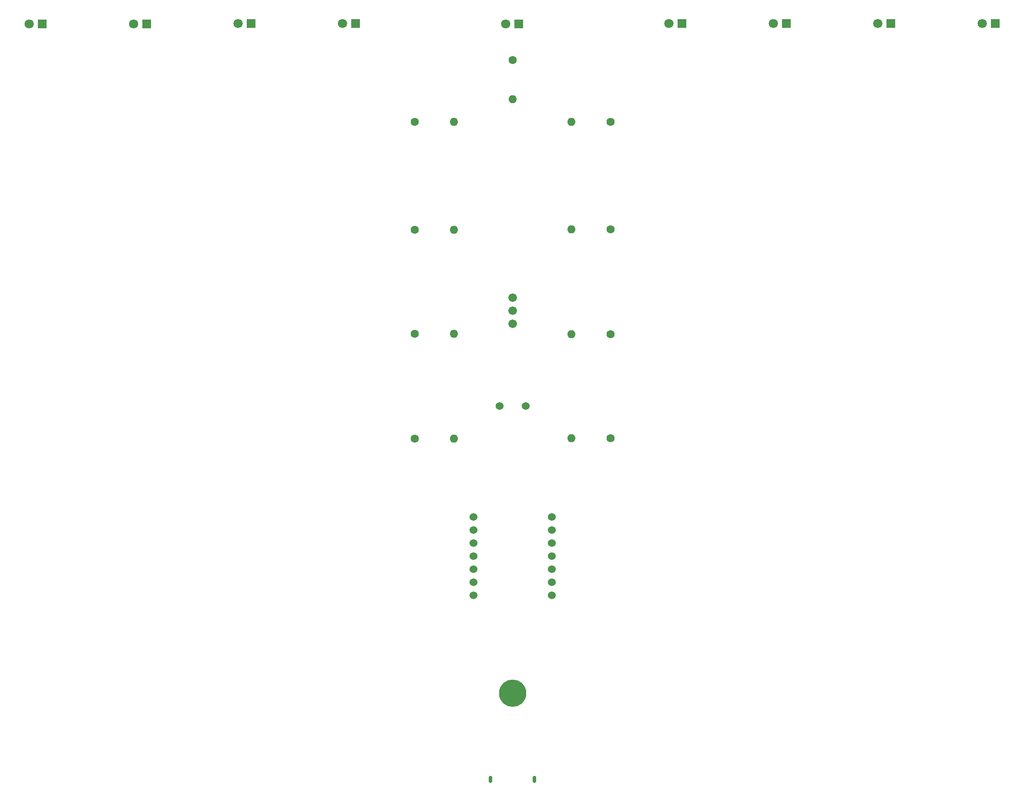
<source format=gbr>
%TF.GenerationSoftware,KiCad,Pcbnew,(6.0.7)*%
%TF.CreationDate,2022-09-16T16:34:08-04:00*%
%TF.ProjectId,CircuitPythonukiah,43697263-7569-4745-9079-74686f6e756b,rev?*%
%TF.SameCoordinates,Original*%
%TF.FileFunction,Soldermask,Top*%
%TF.FilePolarity,Negative*%
%FSLAX46Y46*%
G04 Gerber Fmt 4.6, Leading zero omitted, Abs format (unit mm)*
G04 Created by KiCad (PCBNEW (6.0.7)) date 2022-09-16 16:34:08*
%MOMM*%
%LPD*%
G01*
G04 APERTURE LIST*
%ADD10R,1.800000X1.800000*%
%ADD11C,1.800000*%
%ADD12C,1.600000*%
%ADD13O,1.600000X1.600000*%
%ADD14C,5.300000*%
%ADD15C,1.524000*%
%ADD16C,1.676400*%
%ADD17O,0.700000X1.400000*%
G04 APERTURE END LIST*
D10*
%TO.C,D8*%
X222144258Y-42439258D03*
D11*
X219604258Y-42439258D03*
%TD*%
D12*
%TO.C,R4*%
X109220000Y-61595000D03*
D13*
X116840000Y-61595000D03*
%TD*%
D12*
%TO.C,R9*%
X128270000Y-49530000D03*
D13*
X128270000Y-57150000D03*
%TD*%
D10*
%TO.C,D9*%
X129439258Y-42479258D03*
D11*
X126899258Y-42479258D03*
%TD*%
D12*
%TO.C,R3*%
X109220000Y-82550000D03*
D13*
X116840000Y-82550000D03*
%TD*%
D12*
%TO.C,R7*%
X147320000Y-102870000D03*
D13*
X139700000Y-102870000D03*
%TD*%
D12*
%TO.C,R6*%
X147320000Y-82444258D03*
D13*
X139700000Y-82444258D03*
%TD*%
D10*
%TO.C,D7*%
X201824258Y-42439258D03*
D11*
X199284258Y-42439258D03*
%TD*%
D10*
%TO.C,D4*%
X97684258Y-42439258D03*
D11*
X95144258Y-42439258D03*
%TD*%
D12*
%TO.C,R5*%
X147320000Y-61595000D03*
D13*
X139700000Y-61595000D03*
%TD*%
D14*
%TO.C,M5*%
X128270000Y-172720000D03*
%TD*%
D10*
%TO.C,D3*%
X77364258Y-42439258D03*
D11*
X74824258Y-42439258D03*
%TD*%
D12*
%TO.C,R8*%
X147320000Y-123084258D03*
D13*
X139700000Y-123084258D03*
%TD*%
D12*
%TO.C,R1*%
X109220000Y-123190000D03*
D13*
X116840000Y-123190000D03*
%TD*%
D10*
%TO.C,D5*%
X161184258Y-42439258D03*
D11*
X158644258Y-42439258D03*
%TD*%
D10*
%TO.C,D6*%
X181504258Y-42439258D03*
D11*
X178964258Y-42439258D03*
%TD*%
D15*
%TO.C,U1*%
X135890000Y-138430000D03*
X135890000Y-140970000D03*
X135890000Y-143510000D03*
X135890000Y-146050000D03*
X135890000Y-148590000D03*
X135890000Y-151130000D03*
X135890000Y-153670000D03*
X120650000Y-138430000D03*
X120650000Y-140970000D03*
X120650000Y-143510000D03*
X120650000Y-146050000D03*
X120650000Y-148590000D03*
X120650000Y-151130000D03*
X120650000Y-153670000D03*
%TD*%
D16*
%TO.C,SW1*%
X128270000Y-95758000D03*
X128270000Y-98298000D03*
X128270000Y-100838000D03*
%TD*%
D12*
%TO.C,R2*%
X109220000Y-102764258D03*
D13*
X116840000Y-102764258D03*
%TD*%
D10*
%TO.C,D2*%
X57049258Y-42479258D03*
D11*
X54509258Y-42479258D03*
%TD*%
D15*
%TO.C,LS1*%
X125730000Y-116840000D03*
X130810000Y-116840000D03*
%TD*%
D10*
%TO.C,D1*%
X36724258Y-42479258D03*
D11*
X34184258Y-42479258D03*
%TD*%
D17*
%TO.C,J1*%
X132540000Y-189484000D03*
X124000000Y-189484000D03*
%TD*%
M02*

</source>
